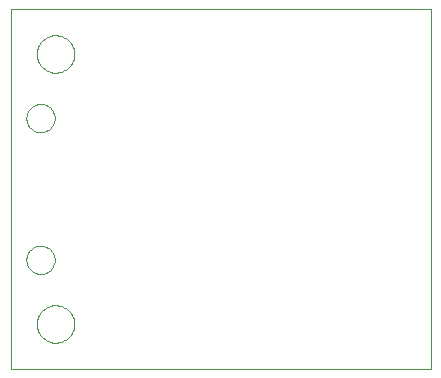
<source format=gko>
G75*
%MOIN*%
%OFA0B0*%
%FSLAX24Y24*%
%IPPOS*%
%LPD*%
%AMOC8*
5,1,8,0,0,1.08239X$1,22.5*
%
%ADD10C,0.0000*%
D10*
X001512Y000100D02*
X001512Y012100D01*
X015512Y012100D01*
X015512Y000100D01*
X001512Y000100D01*
X002387Y001600D02*
X002389Y001650D01*
X002395Y001699D01*
X002405Y001748D01*
X002418Y001795D01*
X002436Y001842D01*
X002457Y001887D01*
X002481Y001930D01*
X002509Y001971D01*
X002540Y002010D01*
X002574Y002046D01*
X002611Y002080D01*
X002651Y002110D01*
X002692Y002137D01*
X002736Y002161D01*
X002781Y002181D01*
X002828Y002197D01*
X002876Y002210D01*
X002925Y002219D01*
X002975Y002224D01*
X003024Y002225D01*
X003074Y002222D01*
X003123Y002215D01*
X003172Y002204D01*
X003219Y002190D01*
X003265Y002171D01*
X003310Y002149D01*
X003353Y002124D01*
X003393Y002095D01*
X003431Y002063D01*
X003467Y002029D01*
X003500Y001991D01*
X003529Y001951D01*
X003555Y001909D01*
X003578Y001865D01*
X003597Y001819D01*
X003613Y001772D01*
X003625Y001723D01*
X003633Y001674D01*
X003637Y001625D01*
X003637Y001575D01*
X003633Y001526D01*
X003625Y001477D01*
X003613Y001428D01*
X003597Y001381D01*
X003578Y001335D01*
X003555Y001291D01*
X003529Y001249D01*
X003500Y001209D01*
X003467Y001171D01*
X003431Y001137D01*
X003393Y001105D01*
X003353Y001076D01*
X003310Y001051D01*
X003265Y001029D01*
X003219Y001010D01*
X003172Y000996D01*
X003123Y000985D01*
X003074Y000978D01*
X003024Y000975D01*
X002975Y000976D01*
X002925Y000981D01*
X002876Y000990D01*
X002828Y001003D01*
X002781Y001019D01*
X002736Y001039D01*
X002692Y001063D01*
X002651Y001090D01*
X002611Y001120D01*
X002574Y001154D01*
X002540Y001190D01*
X002509Y001229D01*
X002481Y001270D01*
X002457Y001313D01*
X002436Y001358D01*
X002418Y001405D01*
X002405Y001452D01*
X002395Y001501D01*
X002389Y001550D01*
X002387Y001600D01*
X002040Y003738D02*
X002042Y003781D01*
X002048Y003823D01*
X002058Y003865D01*
X002071Y003906D01*
X002088Y003946D01*
X002109Y003983D01*
X002133Y004019D01*
X002160Y004052D01*
X002190Y004083D01*
X002223Y004111D01*
X002258Y004136D01*
X002295Y004157D01*
X002334Y004175D01*
X002374Y004189D01*
X002416Y004200D01*
X002458Y004207D01*
X002501Y004210D01*
X002544Y004209D01*
X002587Y004204D01*
X002629Y004195D01*
X002670Y004183D01*
X002710Y004167D01*
X002748Y004147D01*
X002784Y004124D01*
X002818Y004097D01*
X002850Y004068D01*
X002878Y004036D01*
X002904Y004001D01*
X002926Y003965D01*
X002945Y003926D01*
X002960Y003886D01*
X002972Y003845D01*
X002980Y003802D01*
X002984Y003759D01*
X002984Y003717D01*
X002980Y003674D01*
X002972Y003631D01*
X002960Y003590D01*
X002945Y003550D01*
X002926Y003511D01*
X002904Y003475D01*
X002878Y003440D01*
X002850Y003408D01*
X002818Y003379D01*
X002784Y003352D01*
X002748Y003329D01*
X002710Y003309D01*
X002670Y003293D01*
X002629Y003281D01*
X002587Y003272D01*
X002544Y003267D01*
X002501Y003266D01*
X002458Y003269D01*
X002416Y003276D01*
X002374Y003287D01*
X002334Y003301D01*
X002295Y003319D01*
X002258Y003340D01*
X002223Y003365D01*
X002190Y003393D01*
X002160Y003424D01*
X002133Y003457D01*
X002109Y003493D01*
X002088Y003530D01*
X002071Y003570D01*
X002058Y003611D01*
X002048Y003653D01*
X002042Y003695D01*
X002040Y003738D01*
X002040Y008462D02*
X002042Y008505D01*
X002048Y008547D01*
X002058Y008589D01*
X002071Y008630D01*
X002088Y008670D01*
X002109Y008707D01*
X002133Y008743D01*
X002160Y008776D01*
X002190Y008807D01*
X002223Y008835D01*
X002258Y008860D01*
X002295Y008881D01*
X002334Y008899D01*
X002374Y008913D01*
X002416Y008924D01*
X002458Y008931D01*
X002501Y008934D01*
X002544Y008933D01*
X002587Y008928D01*
X002629Y008919D01*
X002670Y008907D01*
X002710Y008891D01*
X002748Y008871D01*
X002784Y008848D01*
X002818Y008821D01*
X002850Y008792D01*
X002878Y008760D01*
X002904Y008725D01*
X002926Y008689D01*
X002945Y008650D01*
X002960Y008610D01*
X002972Y008569D01*
X002980Y008526D01*
X002984Y008483D01*
X002984Y008441D01*
X002980Y008398D01*
X002972Y008355D01*
X002960Y008314D01*
X002945Y008274D01*
X002926Y008235D01*
X002904Y008199D01*
X002878Y008164D01*
X002850Y008132D01*
X002818Y008103D01*
X002784Y008076D01*
X002748Y008053D01*
X002710Y008033D01*
X002670Y008017D01*
X002629Y008005D01*
X002587Y007996D01*
X002544Y007991D01*
X002501Y007990D01*
X002458Y007993D01*
X002416Y008000D01*
X002374Y008011D01*
X002334Y008025D01*
X002295Y008043D01*
X002258Y008064D01*
X002223Y008089D01*
X002190Y008117D01*
X002160Y008148D01*
X002133Y008181D01*
X002109Y008217D01*
X002088Y008254D01*
X002071Y008294D01*
X002058Y008335D01*
X002048Y008377D01*
X002042Y008419D01*
X002040Y008462D01*
X002387Y010600D02*
X002389Y010650D01*
X002395Y010699D01*
X002405Y010748D01*
X002418Y010795D01*
X002436Y010842D01*
X002457Y010887D01*
X002481Y010930D01*
X002509Y010971D01*
X002540Y011010D01*
X002574Y011046D01*
X002611Y011080D01*
X002651Y011110D01*
X002692Y011137D01*
X002736Y011161D01*
X002781Y011181D01*
X002828Y011197D01*
X002876Y011210D01*
X002925Y011219D01*
X002975Y011224D01*
X003024Y011225D01*
X003074Y011222D01*
X003123Y011215D01*
X003172Y011204D01*
X003219Y011190D01*
X003265Y011171D01*
X003310Y011149D01*
X003353Y011124D01*
X003393Y011095D01*
X003431Y011063D01*
X003467Y011029D01*
X003500Y010991D01*
X003529Y010951D01*
X003555Y010909D01*
X003578Y010865D01*
X003597Y010819D01*
X003613Y010772D01*
X003625Y010723D01*
X003633Y010674D01*
X003637Y010625D01*
X003637Y010575D01*
X003633Y010526D01*
X003625Y010477D01*
X003613Y010428D01*
X003597Y010381D01*
X003578Y010335D01*
X003555Y010291D01*
X003529Y010249D01*
X003500Y010209D01*
X003467Y010171D01*
X003431Y010137D01*
X003393Y010105D01*
X003353Y010076D01*
X003310Y010051D01*
X003265Y010029D01*
X003219Y010010D01*
X003172Y009996D01*
X003123Y009985D01*
X003074Y009978D01*
X003024Y009975D01*
X002975Y009976D01*
X002925Y009981D01*
X002876Y009990D01*
X002828Y010003D01*
X002781Y010019D01*
X002736Y010039D01*
X002692Y010063D01*
X002651Y010090D01*
X002611Y010120D01*
X002574Y010154D01*
X002540Y010190D01*
X002509Y010229D01*
X002481Y010270D01*
X002457Y010313D01*
X002436Y010358D01*
X002418Y010405D01*
X002405Y010452D01*
X002395Y010501D01*
X002389Y010550D01*
X002387Y010600D01*
M02*

</source>
